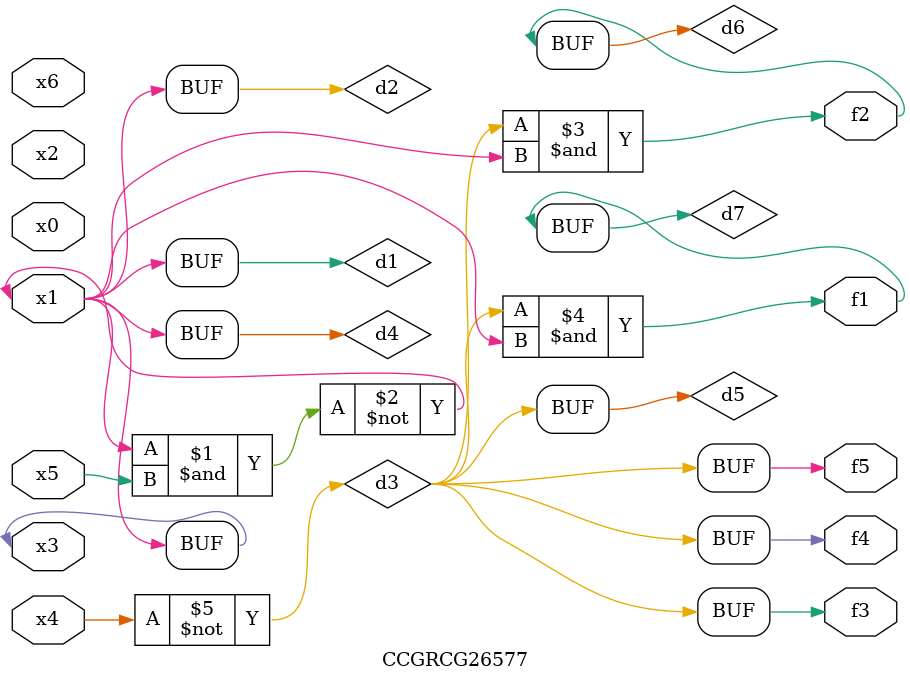
<source format=v>
module CCGRCG26577(
	input x0, x1, x2, x3, x4, x5, x6,
	output f1, f2, f3, f4, f5
);

	wire d1, d2, d3, d4, d5, d6, d7;

	buf (d1, x1, x3);
	nand (d2, x1, x5);
	not (d3, x4);
	buf (d4, d1, d2);
	buf (d5, d3);
	and (d6, d3, d4);
	and (d7, d3, d4);
	assign f1 = d7;
	assign f2 = d6;
	assign f3 = d5;
	assign f4 = d5;
	assign f5 = d5;
endmodule

</source>
